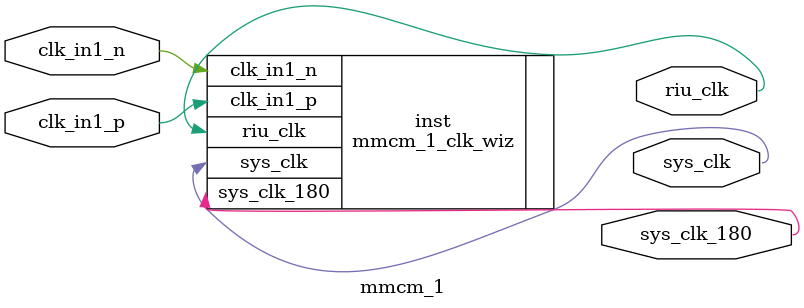
<source format=v>


`timescale 1ps/1ps

(* CORE_GENERATION_INFO = "mmcm_1,clk_wiz_v6_0_16_0_0,{component_name=mmcm_1,use_phase_alignment=true,use_min_o_jitter=false,use_max_i_jitter=false,use_dyn_phase_shift=false,use_inclk_switchover=false,use_dyn_reconfig=false,enable_axi=0,feedback_source=FDBK_AUTO,PRIMITIVE=MMCM,num_out_clk=3,clkin1_period=10.000,clkin2_period=10.000,use_power_down=false,use_reset=false,use_locked=false,use_inclk_stopped=false,feedback_type=SINGLE,CLOCK_MGR_TYPE=NA,manual_override=false}" *)

module mmcm_1 
 (
  // Clock out ports
  output        riu_clk,
  output        sys_clk,
  output        sys_clk_180,
 // Clock in ports
  input         clk_in1_p,
  input         clk_in1_n
 );

  mmcm_1_clk_wiz inst
  (
  // Clock out ports  
  .riu_clk(riu_clk),
  .sys_clk(sys_clk),
  .sys_clk_180(sys_clk_180),
 // Clock in ports
  .clk_in1_p(clk_in1_p),
  .clk_in1_n(clk_in1_n)
  );

endmodule

</source>
